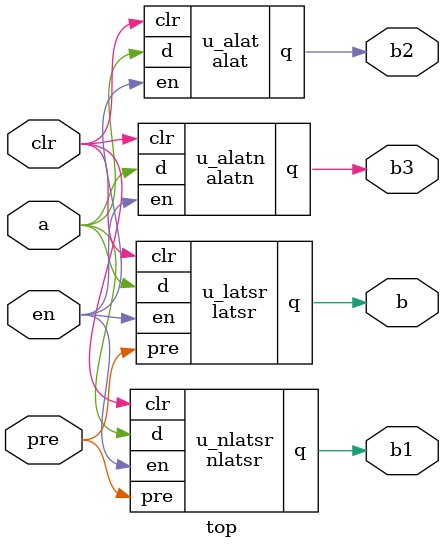
<source format=v>
module alat
    ( input d, en, clr, output reg q );
    initial begin
      q = 0;
    end
	always @(*)
		if ( clr )
`ifndef BUG
			q <= 1'b0;
`else
			q <= d;
`endif
		else if (en)
            q <= d;
endmodule

module alatn
    ( input d, en, clr, output reg q );
    initial begin
      q = 0;
    end
	always @(*)
		if ( !clr )
`ifndef BUG
			q <= 1'b0;
`else
			q <= d;
`endif
		else if (!en)
            q <= d;
endmodule

module latsr
    ( input d, en, pre, clr, output reg q );
    initial begin
      q = 0;
    end
	always @(*)
		if ( clr )
`ifndef BUG
			q <= 1'b0;
`else
			q <= d;
`endif
		else if ( pre )
			q <= 1'b1;
		else if ( en )
            q <= d;
endmodule

module nlatsr
    ( input d, en, pre, clr, output reg q );
    initial begin
      q = 0;
    end
	always @(*)
		if ( !clr )
`ifndef BUG
			q <= 1'b0;
`else
			q <= d;
`endif
		else if ( !pre )
			q <= 1'b1;
		else if ( !en )
            q <= d;
endmodule

module dlatchsr (EN, SET, CLR, D, Q);

    input EN;
    input SET, CLR, D;
    output reg Q;

    always @*
        if (CLR)
            Q = 0;
        else if (SET)
            Q = 1;
        else if (EN)
            Q = D;

endmodule

module top (
input en,
input clr,
input pre,
input a,
output b,b1,b2,b3
);

latsr u_latsr (
        .en (en ),
        .clr (clr),
        .pre (pre),
        .d (a ),
        .q (b )
    );

nlatsr u_nlatsr (
        .en (en ),
        .clr (clr),
        .pre (pre),
        .d (a ),
        .q (b1 )
    );

alat u_alat (
        .en (en ),
        .clr (clr),
        .d (a ),
        .q (b2 )
    );

alatn u_alatn (
        .en (en ),
        .clr (clr),
        .d (a ),
        .q (b3 )
    );

endmodule

</source>
